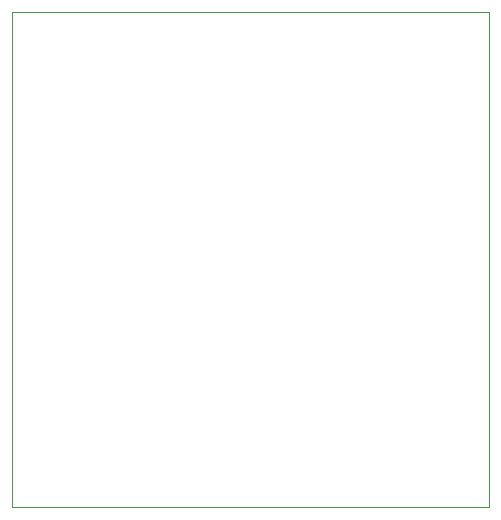
<source format=gbr>
%TF.GenerationSoftware,KiCad,Pcbnew,8.0.1*%
%TF.CreationDate,2024-08-08T22:12:17-07:00*%
%TF.ProjectId,spi_ethernet_mcu_side,7370695f-6574-4686-9572-6e65745f6d63,rev?*%
%TF.SameCoordinates,Original*%
%TF.FileFunction,Profile,NP*%
%FSLAX46Y46*%
G04 Gerber Fmt 4.6, Leading zero omitted, Abs format (unit mm)*
G04 Created by KiCad (PCBNEW 8.0.1) date 2024-08-08 22:12:17*
%MOMM*%
%LPD*%
G01*
G04 APERTURE LIST*
%TA.AperFunction,Profile*%
%ADD10C,0.050000*%
%TD*%
G04 APERTURE END LIST*
D10*
X108204000Y-54356000D02*
X148590000Y-54356000D01*
X148590000Y-96266000D01*
X108204000Y-96266000D01*
X108204000Y-54356000D01*
M02*

</source>
